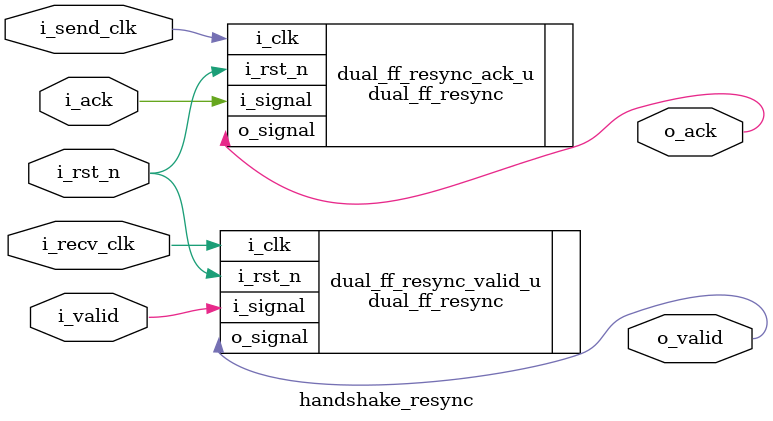
<source format=sv>
`resetall
`default_nettype none
`timescale 1ns / 1ps


module handshake_resync (
        input  wire                     i_send_clk,
        input  wire                     i_recv_clk,

        input  wire                     i_rst_n,

        input  wire                     i_valid,
        output wire                     o_valid,

        input  wire                     i_ack,
        output wire                     o_ack
    );

    //set i_valid -> don't change i_data
    //wait for o_valid -> read o_data + set i_ack
    //wait for o_ack -> lower i_valid, can change data


    dual_ff_resync #(.RESET_VALUE(1'b0))
    dual_ff_resync_valid_u (
        .i_clk(i_recv_clk),
        .i_rst_n(i_rst_n),
        .i_signal(i_valid),
        .o_signal(o_valid)
    );

    dual_ff_resync #(.RESET_VALUE(1'b0))
    dual_ff_resync_ack_u (
        .i_clk(i_send_clk),
        .i_rst_n(i_rst_n),
        .i_signal(i_ack),
        .o_signal(o_ack)
    );

endmodule

`resetall

</source>
